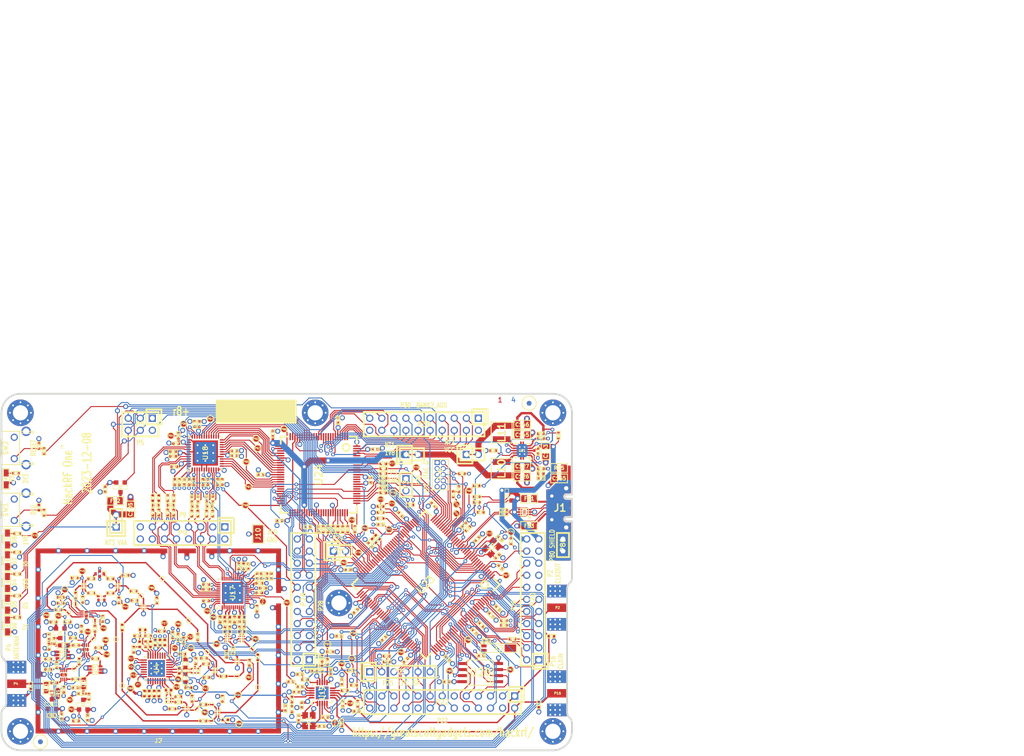
<source format=kicad_pcb>
(kicad_pcb (version 20211014) (generator pcbnew)

  (general
    (thickness 1.6116)
  )

  (paper "USLegal")
  (title_block
    (title "${TITLE}")
    (date "${DATE}")
    (rev "${VERSION}")
    (company "${COPYRIGHT}")
    (comment 1 "${LICENSE}")
  )

  (layers
    (0 "F.Cu" signal "C1F")
    (1 "In1.Cu" signal "C2")
    (2 "In2.Cu" signal "C3")
    (31 "B.Cu" signal "C4B")
    (32 "B.Adhes" user "B.Adhesive")
    (33 "F.Adhes" user "F.Adhesive")
    (34 "B.Paste" user)
    (35 "F.Paste" user)
    (36 "B.SilkS" user "B.Silkscreen")
    (37 "F.SilkS" user "F.Silkscreen")
    (38 "B.Mask" user)
    (39 "F.Mask" user)
    (41 "Cmts.User" user "User.Comments")
    (44 "Edge.Cuts" user)
    (45 "Margin" user)
    (46 "B.CrtYd" user "B.Courtyard")
    (47 "F.CrtYd" user "F.Courtyard")
    (49 "F.Fab" user)
  )

  (setup
    (stackup
      (layer "F.SilkS" (type "Top Silk Screen") (color "White"))
      (layer "F.Paste" (type "Top Solder Paste"))
      (layer "F.Mask" (type "Top Solder Mask") (color "Green") (thickness 0.0127) (material "LPI") (epsilon_r 3.8) (loss_tangent 0))
      (layer "F.Cu" (type "copper") (thickness 0.035))
      (layer "dielectric 1" (type "prepreg") (thickness 0.2104) (material "7628") (epsilon_r 4.6) (loss_tangent 0))
      (layer "In1.Cu" (type "copper") (thickness 0.0152))
      (layer "dielectric 2" (type "core") (thickness 1.065) (material "7628") (epsilon_r 4.6) (loss_tangent 0))
      (layer "In2.Cu" (type "copper") (thickness 0.0152))
      (layer "dielectric 3" (type "prepreg") (thickness 0.2104) (material "7628") (epsilon_r 4.6) (loss_tangent 0))
      (layer "B.Cu" (type "copper") (thickness 0.035))
      (layer "B.Mask" (type "Bottom Solder Mask") (color "Green") (thickness 0.0127) (material "LPI") (epsilon_r 3.8) (loss_tangent 0))
      (layer "B.Paste" (type "Bottom Solder Paste"))
      (layer "B.SilkS" (type "Bottom Silk Screen") (color "White"))
      (copper_finish "ENIG")
      (dielectric_constraints yes)
    )
    (pad_to_mask_clearance 0.05)
    (pad_to_paste_clearance_ratio -0.12)
    (pcbplotparams
      (layerselection 0x00010e8_ffffffff)
      (disableapertmacros false)
      (usegerberextensions true)
      (usegerberattributes false)
      (usegerberadvancedattributes true)
      (creategerberjobfile false)
      (svguseinch false)
      (svgprecision 6)
      (excludeedgelayer true)
      (plotframeref false)
      (viasonmask false)
      (mode 1)
      (useauxorigin false)
      (hpglpennumber 1)
      (hpglpenspeed 20)
      (hpglpendiameter 15.000000)
      (dxfpolygonmode true)
      (dxfimperialunits true)
      (dxfusepcbnewfont true)
      (psnegative false)
      (psa4output false)
      (plotreference false)
      (plotvalue false)
      (plotinvisibletext false)
      (sketchpadsonfab false)
      (subtractmaskfromsilk false)
      (outputformat 1)
      (mirror false)
      (drillshape 0)
      (scaleselection 1)
      (outputdirectory "gerbers")
    )
  )

  (property "COPYRIGHT" "Copyright 2012-2023 Great Scott Gadgets")
  (property "DATE" "2023-12-08")
  (property "LICENSE" "Licensed under the CERN-OHL-P v2")
  (property "TITLE" "HackRF One")
  (property "VERSION" "8+")

  (net 0 "")
  (net 1 "!MIX_BYPASS")
  (net 2 "!RX_AMP_PWR")
  (net 3 "!TX_AMP_PWR")
  (net 4 "!VAA_ENABLE")
  (net 5 "/baseband/CLK0")
  (net 6 "/baseband/CLK1")
  (net 7 "/baseband/CLK2")
  (net 8 "/baseband/CLK3")
  (net 9 "/baseband/CLK5")
  (net 10 "/baseband/COM")
  (net 11 "/baseband/CPOUT+")
  (net 12 "/baseband/CPOUT-")
  (net 13 "/baseband/IA+")
  (net 14 "/baseband/IA-")
  (net 15 "/baseband/ID+")
  (net 16 "/baseband/ID-")
  (net 17 "/baseband/INTR")
  (net 18 "/baseband/OEB")
  (net 19 "/baseband/QA+")
  (net 20 "/baseband/QA-")
  (net 21 "/baseband/QD+")
  (net 22 "/baseband/QD-")
  (net 23 "/baseband/REFN")
  (net 24 "/baseband/REFP")
  (net 25 "/baseband/RXBBI+")
  (net 26 "/baseband/RXBBI-")
  (net 27 "/baseband/RXBBQ+")
  (net 28 "/baseband/RXBBQ-")
  (net 29 "/baseband/TXBBI+")
  (net 30 "/baseband/TXBBI-")
  (net 31 "/baseband/TXBBQ+")
  (net 32 "/baseband/TXBBQ-")
  (net 33 "/baseband/XA")
  (net 34 "/baseband/XB")
  (net 35 "/baseband/XCVR_CLKOUT")
  (net 36 "/baseband/XTAL2")
  (net 37 "/frontend/!ANT_BIAS")
  (net 38 "/frontend/REF_IN")
  (net 39 "/frontend/RX_AMP_OUT")
  (net 40 "/frontend/TX_AMP_IN")
  (net 41 "/frontend/TX_AMP_OUT")
  (net 42 "/mcu/usb/power/ADC0_0")
  (net 43 "/mcu/usb/power/ADC0_2")
  (net 44 "/mcu/usb/power/ADC0_5")
  (net 45 "/mcu/usb/power/ADC0_6")
  (net 46 "/mcu/usb/power/B1AUX13")
  (net 47 "/mcu/usb/power/B1AUX14")
  (net 48 "/mcu/usb/power/B2AUX1")
  (net 49 "/mcu/usb/power/B2AUX10")
  (net 50 "/mcu/usb/power/B2AUX11")
  (net 51 "/mcu/usb/power/B2AUX12")
  (net 52 "/mcu/usb/power/B2AUX13")
  (net 53 "/mcu/usb/power/B2AUX14")
  (net 54 "/mcu/usb/power/B2AUX15")
  (net 55 "/mcu/usb/power/B2AUX16")
  (net 56 "/mcu/usb/power/B2AUX2")
  (net 57 "/mcu/usb/power/B2AUX3")
  (net 58 "/mcu/usb/power/B2AUX4")
  (net 59 "/mcu/usb/power/B2AUX5")
  (net 60 "/mcu/usb/power/B2AUX6")
  (net 61 "/mcu/usb/power/B2AUX7")
  (net 62 "/mcu/usb/power/B2AUX8")
  (net 63 "/mcu/usb/power/B2AUX9")
  (net 64 "/mcu/usb/power/BANK2F3M1")
  (net 65 "/mcu/usb/power/BANK2F3M10")
  (net 66 "/mcu/usb/power/BANK2F3M11")
  (net 67 "/mcu/usb/power/BANK2F3M12")
  (net 68 "/mcu/usb/power/BANK2F3M14")
  (net 69 "/mcu/usb/power/BANK2F3M15")
  (net 70 "/mcu/usb/power/BANK2F3M16")
  (net 71 "/mcu/usb/power/BANK2F3M2")
  (net 72 "/mcu/usb/power/BANK2F3M3")
  (net 73 "/mcu/usb/power/BANK2F3M4")
  (net 74 "/mcu/usb/power/BANK2F3M5")
  (net 75 "/mcu/usb/power/BANK2F3M6")
  (net 76 "/mcu/usb/power/BANK2F3M7")
  (net 77 "/mcu/usb/power/BANK2F3M8")
  (net 78 "/mcu/usb/power/BANK2F3M9")
  (net 79 "/mcu/usb/power/CPLD_TCK")
  (net 80 "/mcu/usb/power/CPLD_TDI")
  (net 81 "/mcu/usb/power/CPLD_TDO")
  (net 82 "/mcu/usb/power/CPLD_TMS")
  (net 83 "/mcu/usb/power/DBGEN")
  (net 84 "/mcu/usb/power/DM")
  (net 85 "/mcu/usb/power/DP")
  (net 86 "/mcu/usb/power/EN1V8")
  (net 87 "/mcu/usb/power/GCK0")
  (net 88 "/mcu/usb/power/GPIO3_10")
  (net 89 "/mcu/usb/power/GPIO3_11")
  (net 90 "/mcu/usb/power/GPIO3_12")
  (net 91 "/mcu/usb/power/GPIO3_13")
  (net 92 "/mcu/usb/power/GPIO3_14")
  (net 93 "/mcu/usb/power/GPIO3_15")
  (net 94 "/mcu/usb/power/GPIO3_8")
  (net 95 "/mcu/usb/power/GPIO3_9")
  (net 96 "/mcu/usb/power/GP_CLKIN")
  (net 97 "/mcu/usb/power/I2C1_SCL")
  (net 98 "/mcu/usb/power/I2C1_SDA")
  (net 99 "/mcu/usb/power/I2S0_RX_MCLK")
  (net 100 "/mcu/usb/power/I2S0_RX_SCK")
  (net 101 "/mcu/usb/power/I2S0_RX_SDA")
  (net 102 "/mcu/usb/power/I2S0_RX_WS")
  (net 103 "/mcu/usb/power/I2S0_TX_MCLK")
  (net 104 "/mcu/usb/power/I2S0_TX_SCK")
  (net 105 "/mcu/usb/power/ISP")
  (net 106 "/mcu/usb/power/LED1")
  (net 107 "/mcu/usb/power/LED2")
  (net 108 "/mcu/usb/power/LED3")
  (net 109 "/mcu/usb/power/P1_1")
  (net 110 "/mcu/usb/power/P1_2")
  (net 111 "/mcu/usb/power/P2_13")
  (net 112 "/mcu/usb/power/P2_8")
  (net 113 "/mcu/usb/power/P2_9")
  (net 114 "/mcu/usb/power/REG_OUT1")
  (net 115 "/mcu/usb/power/REG_OUT2")
  (net 116 "/mcu/usb/power/RESET")
  (net 117 "/mcu/usb/power/RREF")
  (net 118 "/mcu/usb/power/RTCX1")
  (net 119 "/mcu/usb/power/RTCX2")
  (net 120 "/mcu/usb/power/RTC_ALARM")
  (net 121 "/mcu/usb/power/SD_CD")
  (net 122 "/mcu/usb/power/SD_CLK")
  (net 123 "/mcu/usb/power/SD_CMD")
  (net 124 "/mcu/usb/power/SD_DAT0")
  (net 125 "/mcu/usb/power/SD_DAT1")
  (net 126 "/mcu/usb/power/SD_DAT2")
  (net 127 "/mcu/usb/power/SD_DAT3")
  (net 128 "/mcu/usb/power/SD_POW")
  (net 129 "/mcu/usb/power/SD_VOLT0")
  (net 130 "/mcu/usb/power/SGPIO0")
  (net 131 "/mcu/usb/power/SGPIO1")
  (net 132 "/mcu/usb/power/SGPIO10")
  (net 133 "/mcu/usb/power/SGPIO11")
  (net 134 "/mcu/usb/power/SGPIO12")
  (net 135 "/mcu/usb/power/SGPIO13")
  (net 136 "/mcu/usb/power/SGPIO14")
  (net 137 "/mcu/usb/power/SGPIO15")
  (net 138 "/mcu/usb/power/SGPIO2")
  (net 139 "/mcu/usb/power/SGPIO3")
  (net 140 "/mcu/usb/power/SGPIO4")
  (net 141 "/mcu/usb/power/SGPIO5")
  (net 142 "/mcu/usb/power/SGPIO6")
  (net 143 "/mcu/usb/power/SGPIO7")
  (net 144 "/mcu/usb/power/SGPIO9")
  (net 145 "/mcu/usb/power/SPIFI_CS")
  (net 146 "/mcu/usb/power/SPIFI_CIPO")
  (net 147 "/mcu/usb/power/SPIFI_COPI")
  (net 148 "/mcu/usb/power/SPIFI_SCK")
  (net 149 "/mcu/usb/power/SPIFI_SIO2")
  (net 150 "/mcu/usb/power/SPIFI_SIO3")
  (net 151 "/mcu/usb/power/TCK")
  (net 152 "/mcu/usb/power/TDI")
  (net 153 "/mcu/usb/power/TDO")
  (net 154 "/mcu/usb/power/TMS")
  (net 155 "/mcu/usb/power/U0_RXD")
  (net 156 "/mcu/usb/power/U0_TXD")
  (net 157 "/mcu/usb/power/USB_SHIELD")
  (net 158 "/mcu/usb/power/VBAT")
  (net 159 "/mcu/usb/power/VBUS")
  (net 160 "/mcu/usb/power/VBUSCTRL")
  (net 161 "/mcu/usb/power/VIN")
  (net 162 "/mcu/usb/power/VREGMODE")
  (net 163 "/mcu/usb/power/WAKEUP")
  (net 164 "/mcu/usb/power/XTAL1")
  (net 165 "/mcu/usb/power/XTAL2")
  (net 166 "AMP_BYPASS")
  (net 167 "CLK6")
  (net 168 "CLKIN")
  (net 169 "CLKOUT")
  (net 170 "CS_AD")
  (net 171 "CS_XCVR")
  (net 172 "DA0")
  (net 173 "DA1")
  (net 174 "DA2")
  (net 175 "DA3")
  (net 176 "DA4")
  (net 177 "DA5")
  (net 178 "DA6")
  (net 179 "DA7")
  (net 180 "DD0")
  (net 181 "DD1")
  (net 182 "DD2")
  (net 183 "DD3")
  (net 184 "DD4")
  (net 185 "DD5")
  (net 186 "DD6")
  (net 187 "DD7")
  (net 188 "DD8")
  (net 189 "DD9")
  (net 190 "GCK1")
  (net 191 "GCK2")
  (net 192 "GND")
  (net 193 "HP")
  (net 194 "LP")
  (net 195 "MCU_CLK")
  (net 196 "MIXER_ENX")
  (net 197 "MIXER_RESETX")
  (net 198 "MIXER_SCLK")
  (net 199 "MIXER_SDATA")
  (net 200 "MIX_BYPASS")
  (net 201 "MIX_CLK")
  (net 202 "RSSI")
  (net 203 "RX")
  (net 204 "RXENABLE")
  (net 205 "RX_AMP")
  (net 206 "RX_IF")
  (net 207 "RX_MIX_BP")
  (net 208 "SCL")
  (net 209 "SDA")
  (net 210 "SGPIO_CLK")
  (net 211 "SSP1_CIPO")
  (net 212 "SSP1_COPI")
  (net 213 "SSP1_SCK")
  (net 214 "TXENABLE")
  (net 215 "TX_AMP")
  (net 216 "TX_IF")
  (net 217 "TX_MIX_BP")
  (net 218 "VAA")
  (net 219 "VCC")
  (net 220 "XCVR_EN")
  (net 221 "Net-(C8-Pad2)")
  (net 222 "Net-(C9-Pad2)")
  (net 223 "Net-(C9-Pad1)")
  (net 224 "Net-(C12-Pad1)")
  (net 225 "Net-(C13-Pad1)")
  (net 226 "Net-(C14-Pad2)")
  (net 227 "Net-(C14-Pad1)")
  (net 228 "Net-(C15-Pad2)")
  (net 229 "Net-(C17-Pad2)")
  (net 230 "Net-(C17-Pad1)")
  (net 231 "Net-(C18-Pad2)")
  (net 232 "Net-(C18-Pad1)")
  (net 233 "Net-(C20-Pad2)")
  (net 234 "Net-(C20-Pad1)")
  (net 235 "Net-(C21-Pad2)")
  (net 236 "Net-(C21-Pad1)")
  (net 237 "Net-(C23-Pad2)")
  (net 238 "Net-(C23-Pad1)")
  (net 239 "Net-(C25-Pad1)")
  (net 240 "Net-(C26-Pad2)")
  (net 241 "Net-(C26-Pad1)")
  (net 242 "Net-(C27-Pad2)")
  (net 243 "Net-(C27-Pad1)")
  (net 244 "Net-(C28-Pad2)")
  (net 245 "Net-(C28-Pad1)")
  (net 246 "Net-(C31-Pad2)")
  (net 247 "Net-(C31-Pad1)")
  (net 248 "Net-(C32-Pad2)")
  (net 249 "Net-(C32-Pad1)")
  (net 250 "Net-(C43-Pad2)")
  (net 251 "Net-(C43-Pad1)")
  (net 252 "Net-(C44-Pad2)")
  (net 253 "Net-(C44-Pad1)")
  (net 254 "Net-(C46-Pad2)")
  (net 255 "Net-(C46-Pad1)")
  (net 256 "Net-(C48-Pad1)")
  (net 257 "Net-(C49-Pad2)")
  (net 258 "Net-(C50-Pad1)")
  (net 259 "Net-(C51-Pad2)")
  (net 260 "Net-(C51-Pad1)")
  (net 261 "Net-(C163-Pad2)")
  (net 262 "Net-(C58-Pad2)")
  (net 263 "Net-(C59-Pad2)")
  (net 264 "Net-(C61-Pad2)")
  (net 265 "Net-(C61-Pad1)")
  (net 266 "Net-(C62-Pad2)")
  (net 267 "Net-(C64-Pad2)")
  (net 268 "Net-(C64-Pad1)")
  (net 269 "Net-(C99-Pad2)")
  (net 270 "Net-(C99-Pad1)")
  (net 271 "Net-(C102-Pad2)")
  (net 272 "Net-(C102-Pad1)")
  (net 273 "Net-(C104-Pad2)")
  (net 274 "Net-(C104-Pad1)")
  (net 275 "Net-(C105-Pad1)")
  (net 276 "Net-(C106-Pad1)")
  (net 277 "Net-(C111-Pad2)")
  (net 278 "Net-(C111-Pad1)")
  (net 279 "Net-(C114-Pad2)")
  (net 280 "Net-(C114-Pad1)")
  (net 281 "Net-(C125-Pad2)")
  (net 282 "Net-(C160-Pad1)")
  (net 283 "Net-(D2-Pad2)")
  (net 284 "Net-(D4-Pad2)")
  (net 285 "Net-(D5-Pad2)")
  (net 286 "Net-(D6-Pad2)")
  (net 287 "Net-(D7-Pad2)")
  (net 288 "Net-(D8-Pad2)")
  (net 289 "Net-(FB1-Pad1)")
  (net 290 "Net-(FB2-Pad1)")
  (net 291 "Net-(FB3-Pad1)")
  (net 292 "Net-(J1-Pad4)")
  (net 293 "Net-(J1-Pad3)")
  (net 294 "Net-(J1-Pad2)")
  (net 295 "Net-(L1-Pad2)")
  (net 296 "Net-(L1-Pad1)")
  (net 297 "Net-(L2-Pad1)")
  (net 298 "Net-(L3-Pad1)")
  (net 299 "Net-(L10-Pad1)")
  (net 300 "Net-(L11-Pad2)")
  (net 301 "Net-(D10-Pad1)")
  (net 302 "Net-(P6-Pad1)")
  (net 303 "Net-(P7-Pad1)")
  (net 304 "Net-(P17-Pad1)")
  (net 305 "Net-(P19-Pad1)")
  (net 306 "Net-(P24-Pad1)")
  (net 307 "Net-(R4-Pad2)")
  (net 308 "Net-(R30-Pad2)")
  (net 309 "Net-(R19-Pad2)")
  (net 310 "Net-(R51-Pad1)")
  (net 311 "Net-(R52-Pad2)")
  (net 312 "Net-(R55-Pad2)")
  (net 313 "Net-(R62-Pad1)")
  (net 314 "/frontend/RX_AMP_IN")
  (net 315 "+1V8")
  (net 316 "unconnected-(P25-Pad3)")
  (net 317 "unconnected-(P26-Pad7)")
  (net 318 "unconnected-(U4-Pad1)")
  (net 319 "unconnected-(U4-Pad2)")
  (net 320 "unconnected-(U4-Pad3)")
  (net 321 "unconnected-(U4-Pad11)")
  (net 322 "unconnected-(U4-Pad13)")
  (net 323 "unconnected-(U4-Pad14)")
  (net 324 "unconnected-(U4-Pad17)")
  (net 325 "unconnected-(U4-Pad18)")
  (net 326 "unconnected-(U4-Pad20)")
  (net 327 "unconnected-(U4-Pad21)")
  (net 328 "unconnected-(U9-Pad2)")
  (net 329 "unconnected-(U12-Pad2)")
  (net 330 "unconnected-(U14-Pad2)")
  (net 331 "unconnected-(U15-Pad4)")
  (net 332 "unconnected-(U15-Pad6)")
  (net 333 "unconnected-(U17-Pad3)")
  (net 334 "unconnected-(U17-Pad6)")
  (net 335 "unconnected-(U17-Pad8)")
  (net 336 "unconnected-(U17-Pad9)")
  (net 337 "unconnected-(U17-Pad12)")
  (net 338 "unconnected-(U17-Pad14)")
  (net 339 "unconnected-(U17-Pad18)")
  (net 340 "unconnected-(U17-Pad33)")
  (net 341 "unconnected-(U17-Pad34)")
  (net 342 "unconnected-(U17-Pad40)")
  (net 343 "unconnected-(U18-Pad38)")
  (net 344 "unconnected-(U23-Pad85)")
  (net 345 "unconnected-(U23-Pad89)")
  (net 346 "unconnected-(U23-Pad90)")
  (net 347 "unconnected-(U24-Pad14)")
  (net 348 "unconnected-(U24-Pad15)")
  (net 349 "unconnected-(U24-Pad16)")
  (net 350 "unconnected-(U24-Pad20)")
  (net 351 "unconnected-(U24-Pad25)")
  (net 352 "unconnected-(U24-Pad44)")
  (net 353 "unconnected-(U24-Pad46)")
  (net 354 "unconnected-(U24-Pad49)")
  (net 355 "unconnected-(U24-Pad50)")
  (net 356 "unconnected-(U24-Pad52)")
  (net 357 "unconnected-(U24-Pad53)")
  (net 358 "unconnected-(U24-Pad54)")
  (net 359 "unconnected-(U24-Pad58)")
  (net 360 "unconnected-(U24-Pad59)")
  (net 361 "unconnected-(U24-Pad60)")
  (net 362 "unconnected-(U24-Pad63)")
  (net 363 "unconnected-(U24-Pad65)")
  (net 364 "unconnected-(U24-Pad66)")
  (net 365 "unconnected-(U24-Pad68)")
  (net 366 "unconnected-(U24-Pad73)")
  (net 367 "unconnected-(U24-Pad75)")
  (net 368 "unconnected-(U24-Pad80)")
  (net 369 "unconnected-(U24-Pad82)")
  (net 370 "unconnected-(U24-Pad85)")
  (net 371 "unconnected-(U24-Pad86)")
  (net 372 "unconnected-(U24-Pad87)")
  (net 373 "unconnected-(U24-Pad93)")
  (net 374 "unconnected-(U24-Pad95)")
  (net 375 "unconnected-(U24-Pad96)")
  (net 376 "Net-(D10-Pad2)")
  (net 377 "Net-(Q1-Pad3)")
  (net 378 "Net-(Q2-Pad3)")
  (net 379 "/mcu/usb/power/ADC0_3")

  (footprint "gsg-modules:LTST-S220" (layer "F.Cu") (at 61.27 148.838 -90))

  (footprint "gsg-modules:LTST-S220" (layer "F.Cu") (at 61.27 139.694 -90))

  (footprint "gsg-modules:LTST-S220" (layer "F.Cu") (at 61.27 130.55 -90))

  (footprint "gsg-modules:LTST-S220" (layer "F.Cu") (at 61.27 144.266 -90))

  (footprint "gsg-modules:LTST-S220" (layer "F.Cu") (at 61.27 135.122 -90))

  (footprint "GSG-TESTPOINT-30MIL-MASKONLY" (layer "F.Cu") (at 89.31402 142.49908))

  (footprint "GSG-TESTPOINT-30MIL-MASKONLY" (layer "F.Cu") (at 84.1046 151.6574))

  (footprint "GSG-TESTPOINT-30MIL-MASKONLY" (layer "F.Cu") (at 75.57516 144.21358))

  (footprint "GSG-TESTPOINT-30MIL-MASKONLY" (layer "F.Cu") (at 74.0537 146.1516))

  (footprint "GSG-TESTPOINT-30MIL-MASKONLY" (layer "F.Cu") (at 93.782 138.932))

  (footprint "GSG-TESTPOINT-30MIL-MASKONLY" (layer "F.Cu") (at 85.4 161.3602))

  (footprint "GSG-TESTPOINT-30MIL-MASKONLY" (layer "F.Cu") (at 75.33894 157.8483))

  (footprint "GSG-TESTPOINT-30MIL-MASKONLY" (layer "F.Cu") (at 79.28 151.506))

  (footprint "GSG-TESTPOINT-30MIL-MASKONLY" (layer "F.Cu") (at 113.919 161.74974))

  (footprint "GSG-TESTPOINT-30MIL-MASKONLY" (layer "F.Cu") (at 104.11206 168.79824))

  (footprint "GSG-TESTPOINT-30MIL-MASKONLY" (layer "F.Cu") (at 104.25176 165.37432))

  (footprint "GSG-TESTPOINT-30MIL-MASKONLY" (layer "F.Cu") (at 101.0158 166.26332))

  (footprint "GSG-TESTPOINT-30MIL-MASKONLY" (layer "F.Cu") (at 79.6671 147.71116))

  (footprint "GSG-TESTPOINT-30MIL-MASKONLY" (layer "F.Cu") (at 109.47654 159.42564))

  (footprint "GSG-TESTPOINT-30MIL-MASKONLY" (layer "F.Cu") (at 99.36226 147.6883))

  (footprint "GSG-TESTPOINT-30MIL-MASKONLY" (layer "F.Cu") (at 103.23068 154.2796))

  (footprint "GSG-TESTPOINT-30MIL-MASKONLY" (layer "F.Cu") (at 112.71504 153.71064))

  (footprint "gsg-modules:LTST-S220" (layer "F.Cu") (at 61 117.9 -90))

  (footprint "GSG-MARK1MM" (layer "F.Cu") (at 171 102))

  (footprint "hackrf:GSG-0402" (layer "F.Cu") (at 91.0964 163.0468 -90))

  (footprint "hackrf:GSG-0402" (layer "F.Cu") (at 90.0804 163.0468 -90))

  (footprint "hackrf:GSG-0402" (layer "F.Cu") (at 93.1284 163.0468 -90))

  (footprint "hackrf:GSG-0402" (layer "F.Cu") (at 92.1124 163.0468 -90))

  (footprint "hackrf:GSG-0402" (layer "F.Cu") (at 92.341 152.328 90))

  (footprint "hackrf:GSG-0402" (layer "F.Cu") (at 93.357 152.328 90))

  (footprint "hackrf:GSG-0402" (layer "F.Cu") (at 107.084 168.5762 180))

  (footprint "hackrf:GSG-0402" (layer "F.Cu") (at 113.919 155.448 -90))

  (footprint "hackrf:GSG-0402" (layer "F.Cu") (at 85.4 149.1682 90))

  (footprint "hackrf:GSG-0402" (layer "F.Cu") (at 87.9808 143.4816))

  (footprint "hackrf:GSG-0402" (layer "F.Cu") (at 84.7138 143.4622 90))

  (footprint "hackrf:GSG-0402" (layer "F.Cu") (at 87.7944 153.8266 -90))

  (footprint "hackrf:GSG-0402" (layer "F.Cu") (at 88.5564 150.9056 180))

  (footprint "hackrf:GSG-0402" (layer "F.Cu") (at 90.3344 152.6836 90))

  (footprint "hackrf:GSG-0402" (layer "F.Cu") (at 90.8424 150.9056))

  (footprint "hackrf:GSG-0402" (layer "F.Cu") (at 106.4998 164.1566 90))

  (footprint "hackrf:GSG-0402" (layer "F.Cu") (at 82.9358 141.9382))

  (footprint "hackrf:GSG-0402" (layer "F.Cu") (at 78.8718 141.9382))

  (footprint "hackrf:GSG-0402" (layer "F.Cu") (at 77.0938 143.3352 90))

  (footprint "hackrf:GSG-0402" (layer "F.Cu") (at 87.8078 141.5288))

  (footprint "hackrf:GSG-0402" (layer "F.Cu") (at 102.4382 165.3794 180))

  (footprint "hackrf:GSG-0402" (layer "F.Cu") (at 95.9732 166.2726))

  (footprint "hackrf:GSG-0402" (layer "F.Cu") (at 101.2698 151.1808 90))

  (footprint "hackrf:GSG-0402" (layer "F.Cu") (at 92.6798 143.4816 -90))

  (footprint "hackrf:GSG-0402" (layer "F.Cu") (at 97.1924 163.7326))

  (footprint "hackrf:GSG-0402" (layer "F.Cu") (at 78.8718 138.8902 180))

  (footprint "hackrf:GSG-0402" (layer "F.Cu") (at 82.9358 138.8902))

  (footprint "hackrf:GSG-0402" (layer "F.Cu") (at 97.1924 164.8756))

  (footprint "hackrf:GSG-0402" (layer "F.Cu") (at 75.4174 138.7124 180))

  (footprint "hackrf:GSG-0402" (layer "F.Cu") (at 86.1 138.2))

  (footprint "hackrf:GSG-0402" (layer "F.Cu") (at 75.5952 142.4462 90))

  (footprint "hackrf:GSG-0402" (layer "F.Cu") (at 102.4382 168.8084 180))

  (footprint "hackrf:GSG-0402" (layer "F.Cu") (at 100.1134 164.139 90))

  (footprint "hackrf:GSG-0402" (layer "F.Cu") (at 98.31 151.9216 90))

  (footprint "hackrf:GSG-0402" (layer "F.Cu") (at 97.167 151.1596 90))

  (footprint "hackrf:GSG-0402" (layer "F.Cu") (at 96.024 150.7786 90))

  (footprint "hackrf:GSG-0402" (layer "F.Cu") (at 93.738 149.915 180))

  (footprint "hackrf:GSG-0402" (layer "F.Cu") (at 72.4456 142.8272))

  (footprint "hackrf:GSG-0402" (layer "F.Cu") (at 81.3054 147.3454 90))

  (footprint "hackrf:GSG-0402" (layer "F.Cu") (at 72.4456 144.0718))

  (footprint "hackrf:GSG-0402" (layer "F.Cu") (at 99.326 161.8276))

  (footprint "hackrf:GSG-0402" (layer "F.Cu") (at 98.056 154.7156 180))

  (footprint "hackrf:GSG-0402" (layer "F.Cu") (at 72.009 145.415 180))

  (footprint "hackrf:GSG-0402" (layer "F.Cu") (at 79.6798 149.4282 90))

  (footprint "hackrf:GSG-0402" (layer "F.Cu") (at 102.5906 155.6512))

  (footprint "hackrf:GSG-0402" (layer "F.Cu") (at 103.0478 156.7942 180))

  (footprint "hackrf:GSG-0402" (layer "F.Cu") (at 112.1664 156.5656 90))

  (footprint "hackrf:GSG-0402" (layer "F.Cu") (at 108.7374 154.0002 90))

  (footprint "hackrf:GSG-0402" (layer "F.Cu") (at 100.85 156.2396 -90))

  (footprint "hackrf:GSG-0402" (layer "F.Cu") (at 75.678 152.92))

  (footprint "hackrf:GSG-0402" (layer "F.Cu") (at 106.7414 159.434 180))

  (footprint "hackrf:GSG-0402" (layer "F.Cu") (at 70 153.2 -90))

  (footprint "hackrf:GSG-0402" (layer "F.Cu") (at 70.9474 147.9998 180))

  (footprint "hackrf:GSG-0402" (layer "F.Cu") (at 103.124 159.6644 180))

  (footprint "hackrf:GSG-0402" (layer "F.Cu") (at 80.377 153.428))

  (footprint "hackrf:GSG-0402" (layer "F.Cu") (at 107.3912 154.8638 90))

  (footprint "hackrf:GSG-0402" (layer "F.Cu") (at 76.835 149.4282 90))

  (footprint "hackrf:GSG-0402" (layer "F.Cu") (at 71.614 157.111 90))

  (footprint "hackrf:GSG-0402" (layer "F.Cu") (at 79.742 155.714))

  (footprint "hackrf:GSG-0402" (layer "F.Cu") (at 75.043 151.396))

  (footprint "hackrf:GSG-0402" (layer "F.Cu") (at 76.3638 156.3236 90))

  (footprint "hackrf:GSG-0402" (layer "F.Cu") (at 75.551 160.032))

  (footprint "hackrf:GSG-0402" (layer "F.Cu") (at 73.0872 162.2418 -90))

  (footprint "hackrf:GSG-0402" (layer "F.Cu") (at 71.13 160.81 180))

  (footprint "hackrf:GSG-0402" (layer "F.Cu") (at 69.836 158))

  (footprint "hackrf:GSG-0402" (layer "F.Cu") (at 69.836 155.841))

  (footprint "hackrf:GSG-0402" (layer "F.Cu") (at 121.0802 164.2964 -90))

  (footprint "hackrf:GSG-0402" (layer "F.Cu") (at 127.4624 155.7214 90))

  (footprint "hackrf:GSG-0402" (layer "F.Cu") (at 129.088 154.2736))

  (footprint "hackrf:GSG-0402" (layer "F.Cu") (at 121.0802 166.3284 -90))

  (footprint "hackrf:GSG-0402" (layer "F.Cu") (at 100.4824 118.5578 -90))

  (footprint "hackrf:GSG-0402" (layer "F.Cu") (at 99.4664 118.5578 -90))

  (footprint "hackrf:GSG-0402" (layer "F.Cu") (at 103.4034 118.5578 -90))

  (footprint "hackrf:GSG-0402" (layer "F.Cu") (at 102.3874 118.5578 -90))

  (footprint "hackrf:GSG-0402" (layer "F.Cu") (at 105.4354 118.5578 -90))

  (footprint "hackrf:GSG-0402" (layer "F.Cu") (at 106.4514 118.5578 -90))

  (footprint "hackrf:GSG-0402" (layer "F.Cu") (at 101.6254 106.3658 90))

  (footprint "hackrf:GSG-0402" (layer "F.Cu") (at 100.6094 106.3658 90))

  (footprint "hackrf:GSG-0402" (layer "F.Cu")
    (tedit 4FB6CFE4) (tstamp 00000000-0000-0000-0000-00005787e271)
    (at 96.7359 110.4933 180)
    (property "Description" "CAP CER 0.1UF 25V X5R 0402")
    (property "Manufacturer" "Samsung")
    (property "Part Number" "CL05A104KA5NNNC")
    (property "Sheetfile" "baseband.kicad_sch")
    (property "Sheetname" "baseband")
    (property "Substitution" "Murata GRM155R61A104KA01D")
    (path "/00000000-0000-0000-0000-000050370666/00000000-0000-0000-0000-0000503c49f8")
    (solder_mask_margin 0.1016)
    (attr through_hole)
    (fp_text reference "C79" (at 0 0.0508 180) (layer "F.SilkS")
      (effects (font (size 0.4064 0.4064) (thickness 0.1016)))
      (tstamp 0dd62723-ff86-4b49-a465-2fc2135e9e74)
    )
    (fp_text value "100nF" (at 0 0.0508 180) (layer "F.SilkS") hide
      (effects (font (size 0.4064 0.4064) (thickness 0.1016)))
      (tstamp 8b436394-cfe5-4281-8a44-d8250485bc73)
    )
    (fp_line (start 0.889 -0.381) (end 0.889 0.381) (layer "F.SilkS") (width 0.2032) (tstamp 276c4314-4e47-4380-a23e-7ce338b09b13))
    (fp_line (start -0.8
... [4430127 chars truncated]
</source>
